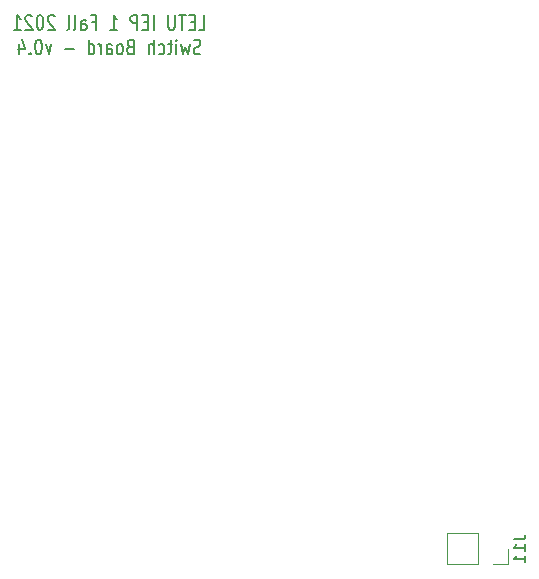
<source format=gbo>
G04 #@! TF.GenerationSoftware,KiCad,Pcbnew,5.1.10*
G04 #@! TF.CreationDate,2021-06-29T02:58:05-05:00*
G04 #@! TF.ProjectId,Power Board,506f7765-7220-4426-9f61-72642e6b6963,rev?*
G04 #@! TF.SameCoordinates,Original*
G04 #@! TF.FileFunction,Legend,Bot*
G04 #@! TF.FilePolarity,Positive*
%FSLAX46Y46*%
G04 Gerber Fmt 4.6, Leading zero omitted, Abs format (unit mm)*
G04 Created by KiCad (PCBNEW 5.1.10) date 2021-06-29 02:58:05*
%MOMM*%
%LPD*%
G01*
G04 APERTURE LIST*
%ADD10C,0.200000*%
%ADD11C,0.120000*%
%ADD12C,0.150000*%
%ADD13C,2.600000*%
%ADD14R,2.600000X2.600000*%
%ADD15O,4.000000X3.200000*%
%ADD16O,5.000000X3.200000*%
%ADD17O,1.700000X1.700000*%
%ADD18R,1.700000X1.700000*%
G04 APERTURE END LIST*
D10*
X53797619Y-132777976D02*
X54273809Y-132777976D01*
X54273809Y-131527976D01*
X53464285Y-132123214D02*
X53130952Y-132123214D01*
X52988095Y-132777976D02*
X53464285Y-132777976D01*
X53464285Y-131527976D01*
X52988095Y-131527976D01*
X52702380Y-131527976D02*
X52130952Y-131527976D01*
X52416666Y-132777976D02*
X52416666Y-131527976D01*
X51797619Y-131527976D02*
X51797619Y-132539880D01*
X51750000Y-132658928D01*
X51702380Y-132718452D01*
X51607142Y-132777976D01*
X51416666Y-132777976D01*
X51321428Y-132718452D01*
X51273809Y-132658928D01*
X51226190Y-132539880D01*
X51226190Y-131527976D01*
X49988095Y-132777976D02*
X49988095Y-131527976D01*
X49511904Y-132123214D02*
X49178571Y-132123214D01*
X49035714Y-132777976D02*
X49511904Y-132777976D01*
X49511904Y-131527976D01*
X49035714Y-131527976D01*
X48607142Y-132777976D02*
X48607142Y-131527976D01*
X48226190Y-131527976D01*
X48130952Y-131587500D01*
X48083333Y-131647023D01*
X48035714Y-131766071D01*
X48035714Y-131944642D01*
X48083333Y-132063690D01*
X48130952Y-132123214D01*
X48226190Y-132182738D01*
X48607142Y-132182738D01*
X46321428Y-132777976D02*
X46892857Y-132777976D01*
X46607142Y-132777976D02*
X46607142Y-131527976D01*
X46702380Y-131706547D01*
X46797619Y-131825595D01*
X46892857Y-131885119D01*
X44797619Y-132123214D02*
X45130952Y-132123214D01*
X45130952Y-132777976D02*
X45130952Y-131527976D01*
X44654761Y-131527976D01*
X43845238Y-132777976D02*
X43845238Y-132123214D01*
X43892857Y-132004166D01*
X43988095Y-131944642D01*
X44178571Y-131944642D01*
X44273809Y-132004166D01*
X43845238Y-132718452D02*
X43940476Y-132777976D01*
X44178571Y-132777976D01*
X44273809Y-132718452D01*
X44321428Y-132599404D01*
X44321428Y-132480357D01*
X44273809Y-132361309D01*
X44178571Y-132301785D01*
X43940476Y-132301785D01*
X43845238Y-132242261D01*
X43226190Y-132777976D02*
X43321428Y-132718452D01*
X43369047Y-132599404D01*
X43369047Y-131527976D01*
X42702380Y-132777976D02*
X42797619Y-132718452D01*
X42845238Y-132599404D01*
X42845238Y-131527976D01*
X41607142Y-131647023D02*
X41559523Y-131587500D01*
X41464285Y-131527976D01*
X41226190Y-131527976D01*
X41130952Y-131587500D01*
X41083333Y-131647023D01*
X41035714Y-131766071D01*
X41035714Y-131885119D01*
X41083333Y-132063690D01*
X41654761Y-132777976D01*
X41035714Y-132777976D01*
X40416666Y-131527976D02*
X40321428Y-131527976D01*
X40226190Y-131587500D01*
X40178571Y-131647023D01*
X40130952Y-131766071D01*
X40083333Y-132004166D01*
X40083333Y-132301785D01*
X40130952Y-132539880D01*
X40178571Y-132658928D01*
X40226190Y-132718452D01*
X40321428Y-132777976D01*
X40416666Y-132777976D01*
X40511904Y-132718452D01*
X40559523Y-132658928D01*
X40607142Y-132539880D01*
X40654761Y-132301785D01*
X40654761Y-132004166D01*
X40607142Y-131766071D01*
X40559523Y-131647023D01*
X40511904Y-131587500D01*
X40416666Y-131527976D01*
X39702380Y-131647023D02*
X39654761Y-131587500D01*
X39559523Y-131527976D01*
X39321428Y-131527976D01*
X39226190Y-131587500D01*
X39178571Y-131647023D01*
X39130952Y-131766071D01*
X39130952Y-131885119D01*
X39178571Y-132063690D01*
X39750000Y-132777976D01*
X39130952Y-132777976D01*
X38178571Y-132777976D02*
X38750000Y-132777976D01*
X38464285Y-132777976D02*
X38464285Y-131527976D01*
X38559523Y-131706547D01*
X38654761Y-131825595D01*
X38750000Y-131885119D01*
X53964285Y-134793452D02*
X53821428Y-134852976D01*
X53583333Y-134852976D01*
X53488095Y-134793452D01*
X53440476Y-134733928D01*
X53392857Y-134614880D01*
X53392857Y-134495833D01*
X53440476Y-134376785D01*
X53488095Y-134317261D01*
X53583333Y-134257738D01*
X53773809Y-134198214D01*
X53869047Y-134138690D01*
X53916666Y-134079166D01*
X53964285Y-133960119D01*
X53964285Y-133841071D01*
X53916666Y-133722023D01*
X53869047Y-133662500D01*
X53773809Y-133602976D01*
X53535714Y-133602976D01*
X53392857Y-133662500D01*
X53059523Y-134019642D02*
X52869047Y-134852976D01*
X52678571Y-134257738D01*
X52488095Y-134852976D01*
X52297619Y-134019642D01*
X51916666Y-134852976D02*
X51916666Y-134019642D01*
X51916666Y-133602976D02*
X51964285Y-133662500D01*
X51916666Y-133722023D01*
X51869047Y-133662500D01*
X51916666Y-133602976D01*
X51916666Y-133722023D01*
X51583333Y-134019642D02*
X51202380Y-134019642D01*
X51440476Y-133602976D02*
X51440476Y-134674404D01*
X51392857Y-134793452D01*
X51297619Y-134852976D01*
X51202380Y-134852976D01*
X50440476Y-134793452D02*
X50535714Y-134852976D01*
X50726190Y-134852976D01*
X50821428Y-134793452D01*
X50869047Y-134733928D01*
X50916666Y-134614880D01*
X50916666Y-134257738D01*
X50869047Y-134138690D01*
X50821428Y-134079166D01*
X50726190Y-134019642D01*
X50535714Y-134019642D01*
X50440476Y-134079166D01*
X50011904Y-134852976D02*
X50011904Y-133602976D01*
X49583333Y-134852976D02*
X49583333Y-134198214D01*
X49630952Y-134079166D01*
X49726190Y-134019642D01*
X49869047Y-134019642D01*
X49964285Y-134079166D01*
X50011904Y-134138690D01*
X48011904Y-134198214D02*
X47869047Y-134257738D01*
X47821428Y-134317261D01*
X47773809Y-134436309D01*
X47773809Y-134614880D01*
X47821428Y-134733928D01*
X47869047Y-134793452D01*
X47964285Y-134852976D01*
X48345238Y-134852976D01*
X48345238Y-133602976D01*
X48011904Y-133602976D01*
X47916666Y-133662500D01*
X47869047Y-133722023D01*
X47821428Y-133841071D01*
X47821428Y-133960119D01*
X47869047Y-134079166D01*
X47916666Y-134138690D01*
X48011904Y-134198214D01*
X48345238Y-134198214D01*
X47202380Y-134852976D02*
X47297619Y-134793452D01*
X47345238Y-134733928D01*
X47392857Y-134614880D01*
X47392857Y-134257738D01*
X47345238Y-134138690D01*
X47297619Y-134079166D01*
X47202380Y-134019642D01*
X47059523Y-134019642D01*
X46964285Y-134079166D01*
X46916666Y-134138690D01*
X46869047Y-134257738D01*
X46869047Y-134614880D01*
X46916666Y-134733928D01*
X46964285Y-134793452D01*
X47059523Y-134852976D01*
X47202380Y-134852976D01*
X46011904Y-134852976D02*
X46011904Y-134198214D01*
X46059523Y-134079166D01*
X46154761Y-134019642D01*
X46345238Y-134019642D01*
X46440476Y-134079166D01*
X46011904Y-134793452D02*
X46107142Y-134852976D01*
X46345238Y-134852976D01*
X46440476Y-134793452D01*
X46488095Y-134674404D01*
X46488095Y-134555357D01*
X46440476Y-134436309D01*
X46345238Y-134376785D01*
X46107142Y-134376785D01*
X46011904Y-134317261D01*
X45535714Y-134852976D02*
X45535714Y-134019642D01*
X45535714Y-134257738D02*
X45488095Y-134138690D01*
X45440476Y-134079166D01*
X45345238Y-134019642D01*
X45250000Y-134019642D01*
X44488095Y-134852976D02*
X44488095Y-133602976D01*
X44488095Y-134793452D02*
X44583333Y-134852976D01*
X44773809Y-134852976D01*
X44869047Y-134793452D01*
X44916666Y-134733928D01*
X44964285Y-134614880D01*
X44964285Y-134257738D01*
X44916666Y-134138690D01*
X44869047Y-134079166D01*
X44773809Y-134019642D01*
X44583333Y-134019642D01*
X44488095Y-134079166D01*
X43250000Y-134376785D02*
X42488095Y-134376785D01*
X41345238Y-134019642D02*
X41107142Y-134852976D01*
X40869047Y-134019642D01*
X40297619Y-133602976D02*
X40202380Y-133602976D01*
X40107142Y-133662500D01*
X40059523Y-133722023D01*
X40011904Y-133841071D01*
X39964285Y-134079166D01*
X39964285Y-134376785D01*
X40011904Y-134614880D01*
X40059523Y-134733928D01*
X40107142Y-134793452D01*
X40202380Y-134852976D01*
X40297619Y-134852976D01*
X40392857Y-134793452D01*
X40440476Y-134733928D01*
X40488095Y-134614880D01*
X40535714Y-134376785D01*
X40535714Y-134079166D01*
X40488095Y-133841071D01*
X40440476Y-133722023D01*
X40392857Y-133662500D01*
X40297619Y-133602976D01*
X39535714Y-134733928D02*
X39488095Y-134793452D01*
X39535714Y-134852976D01*
X39583333Y-134793452D01*
X39535714Y-134733928D01*
X39535714Y-134852976D01*
X38630952Y-134019642D02*
X38630952Y-134852976D01*
X38869047Y-133543452D02*
X39107142Y-134436309D01*
X38488095Y-134436309D01*
D11*
X74824000Y-178050000D02*
X74824000Y-175390000D01*
X77424000Y-178050000D02*
X74824000Y-178050000D01*
X77424000Y-175390000D02*
X74824000Y-175390000D01*
X77424000Y-178050000D02*
X77424000Y-175390000D01*
X78694000Y-178050000D02*
X80024000Y-178050000D01*
X80024000Y-178050000D02*
X80024000Y-176720000D01*
D12*
X80476380Y-175910476D02*
X81190666Y-175910476D01*
X81333523Y-175862857D01*
X81428761Y-175767619D01*
X81476380Y-175624761D01*
X81476380Y-175529523D01*
X81476380Y-176910476D02*
X81476380Y-176339047D01*
X81476380Y-176624761D02*
X80476380Y-176624761D01*
X80619238Y-176529523D01*
X80714476Y-176434285D01*
X80762095Y-176339047D01*
X81476380Y-177862857D02*
X81476380Y-177291428D01*
X81476380Y-177577142D02*
X80476380Y-177577142D01*
X80619238Y-177481904D01*
X80714476Y-177386666D01*
X80762095Y-177291428D01*
%LPC*%
D13*
X89000000Y-158250000D03*
D14*
X94000000Y-158250000D03*
D15*
X59750000Y-141050000D03*
X59750000Y-149950000D03*
X59750000Y-145500000D03*
X55250000Y-149950000D03*
X55250000Y-145500000D03*
X55250000Y-141050000D03*
X72900000Y-149950000D03*
X72900000Y-141050000D03*
X72900000Y-145500000D03*
X77500000Y-141050000D03*
X77500000Y-145500000D03*
X77500000Y-149950000D03*
X82100000Y-149950000D03*
X82100000Y-141050000D03*
X82100000Y-145500000D03*
D13*
X41000000Y-158250000D03*
D14*
X46000000Y-158250000D03*
D16*
X67500000Y-166050000D03*
X67500000Y-170500000D03*
X67500000Y-174950000D03*
D17*
X76154000Y-176720000D03*
D18*
X78694000Y-176720000D03*
D16*
X47500000Y-166050000D03*
X47500000Y-170500000D03*
X47500000Y-174950000D03*
X87500000Y-166050000D03*
X87500000Y-170500000D03*
X87500000Y-174950000D03*
D17*
X80360000Y-132750000D03*
X77820000Y-132750000D03*
X75280000Y-132750000D03*
X72740000Y-132750000D03*
X70200000Y-132750000D03*
X67660000Y-132750000D03*
X65120000Y-132750000D03*
X62580000Y-132750000D03*
X60040000Y-132750000D03*
D18*
X57500000Y-132750000D03*
M02*

</source>
